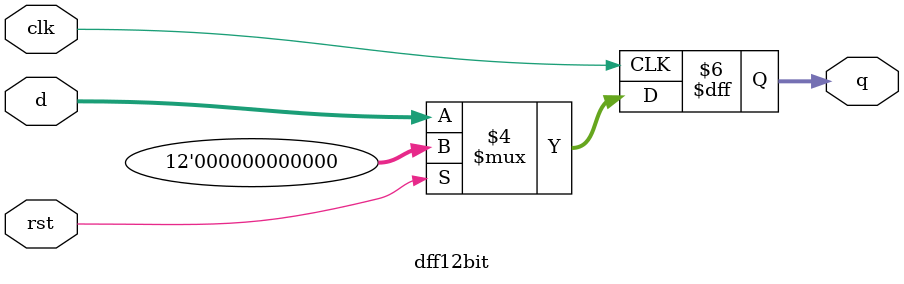
<source format=v>
`timescale 1ns / 1ps

module dff12bit (clk,rst,d,q);
  input clk;
  input rst;
  input[11:0] d;
  output reg[11:0] q;

  always @(posedge clk)
		begin
		  if(rst==1) 
			begin
				q<=0;
			end
		  else 
			begin 
				q<=d;
			end
		end

endmodule


</source>
